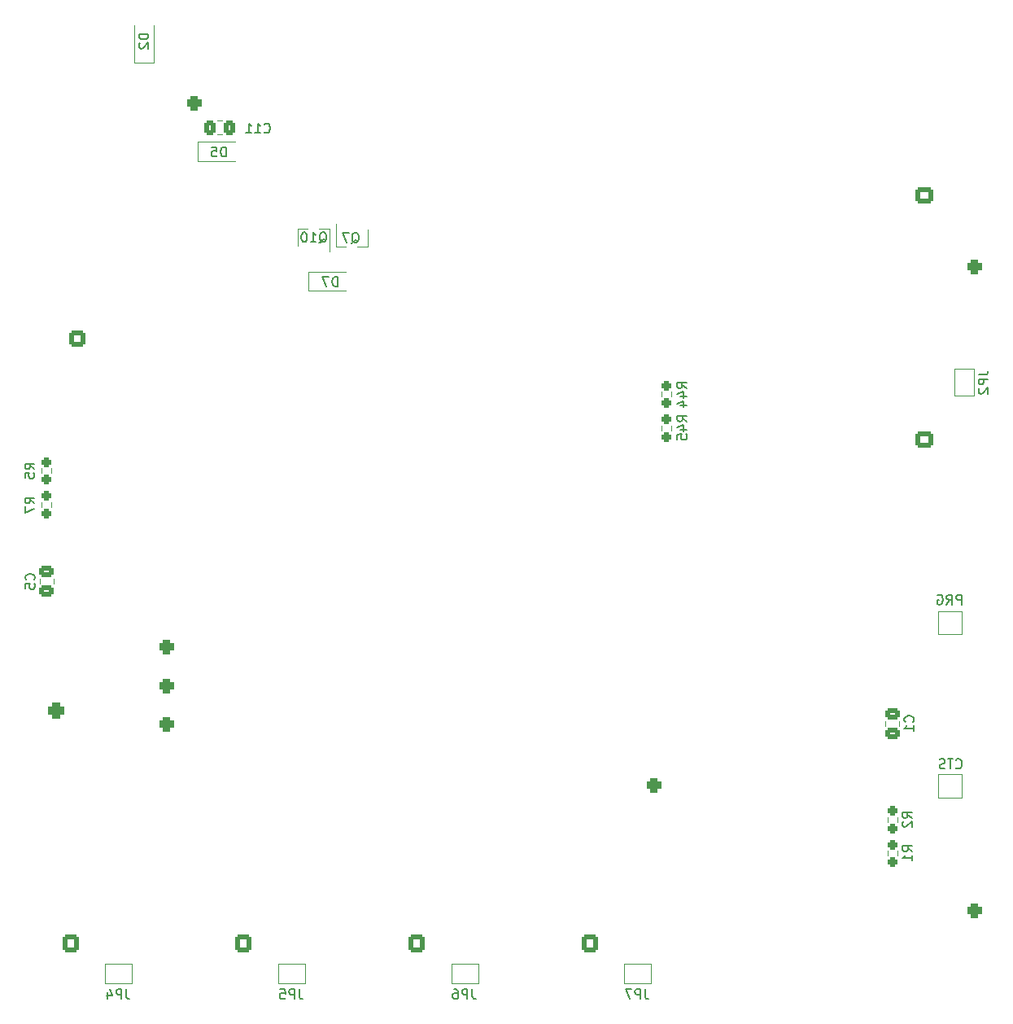
<source format=gbr>
%TF.GenerationSoftware,KiCad,Pcbnew,(6.0.11)*%
%TF.CreationDate,2023-09-12T01:08:27+09:00*%
%TF.ProjectId,Main,4d61696e-2e6b-4696-9361-645f70636258,rev?*%
%TF.SameCoordinates,Original*%
%TF.FileFunction,Legend,Bot*%
%TF.FilePolarity,Positive*%
%FSLAX46Y46*%
G04 Gerber Fmt 4.6, Leading zero omitted, Abs format (unit mm)*
G04 Created by KiCad (PCBNEW (6.0.11)) date 2023-09-12 01:08:27*
%MOMM*%
%LPD*%
G01*
G04 APERTURE LIST*
G04 Aperture macros list*
%AMRoundRect*
0 Rectangle with rounded corners*
0 $1 Rounding radius*
0 $2 $3 $4 $5 $6 $7 $8 $9 X,Y pos of 4 corners*
0 Add a 4 corners polygon primitive as box body*
4,1,4,$2,$3,$4,$5,$6,$7,$8,$9,$2,$3,0*
0 Add four circle primitives for the rounded corners*
1,1,$1+$1,$2,$3*
1,1,$1+$1,$4,$5*
1,1,$1+$1,$6,$7*
1,1,$1+$1,$8,$9*
0 Add four rect primitives between the rounded corners*
20,1,$1+$1,$2,$3,$4,$5,0*
20,1,$1+$1,$4,$5,$6,$7,0*
20,1,$1+$1,$6,$7,$8,$9,0*
20,1,$1+$1,$8,$9,$2,$3,0*%
%AMFreePoly0*
4,1,6,1.000000,0.000000,0.500000,-0.750000,-0.500000,-0.750000,-0.500000,0.750000,0.500000,0.750000,1.000000,0.000000,1.000000,0.000000,$1*%
%AMFreePoly1*
4,1,6,0.500000,-0.750000,-0.650000,-0.750000,-0.150000,0.000000,-0.650000,0.750000,0.500000,0.750000,0.500000,-0.750000,0.500000,-0.750000,$1*%
G04 Aperture macros list end*
%ADD10C,0.150000*%
%ADD11C,0.120000*%
%ADD12RoundRect,0.381000X-0.381000X0.381000X-0.381000X-0.381000X0.381000X-0.381000X0.381000X0.381000X0*%
%ADD13C,1.524000*%
%ADD14RoundRect,0.250000X0.600000X0.675000X-0.600000X0.675000X-0.600000X-0.675000X0.600000X-0.675000X0*%
%ADD15O,1.700000X1.850000*%
%ADD16C,2.000000*%
%ADD17R,1.700000X1.700000*%
%ADD18O,1.700000X1.700000*%
%ADD19R,1.600000X1.600000*%
%ADD20O,1.600000X1.600000*%
%ADD21C,3.200000*%
%ADD22RoundRect,0.250000X-0.600000X-0.675000X0.600000X-0.675000X0.600000X0.675000X-0.600000X0.675000X0*%
%ADD23R,1.400000X1.400000*%
%ADD24C,1.400000*%
%ADD25RoundRect,0.250000X0.675000X-0.600000X0.675000X0.600000X-0.675000X0.600000X-0.675000X-0.600000X0*%
%ADD26O,1.850000X1.700000*%
%ADD27R,1.524000X1.524000*%
%ADD28RoundRect,0.250000X0.600000X0.600000X-0.600000X0.600000X-0.600000X-0.600000X0.600000X-0.600000X0*%
%ADD29C,1.700000*%
%ADD30RoundRect,0.381000X0.381000X-0.381000X0.381000X0.381000X-0.381000X0.381000X-0.381000X-0.381000X0*%
%ADD31R,3.500000X3.500000*%
%ADD32C,3.500000*%
%ADD33RoundRect,0.425000X0.425000X0.425000X-0.425000X0.425000X-0.425000X-0.425000X0.425000X-0.425000X0*%
%ADD34R,2.000000X2.000000*%
%ADD35R,1.308000X1.308000*%
%ADD36C,1.308000*%
%ADD37O,3.100000X4.300000*%
%ADD38C,1.600000*%
%ADD39RoundRect,0.237500X0.237500X-0.250000X0.237500X0.250000X-0.237500X0.250000X-0.237500X-0.250000X0*%
%ADD40FreePoly0,90.000000*%
%ADD41FreePoly1,90.000000*%
%ADD42R,0.900000X1.200000*%
%ADD43FreePoly0,0.000000*%
%ADD44FreePoly1,0.000000*%
%ADD45RoundRect,0.237500X-0.237500X0.250000X-0.237500X-0.250000X0.237500X-0.250000X0.237500X0.250000X0*%
%ADD46RoundRect,0.250000X0.475000X-0.337500X0.475000X0.337500X-0.475000X0.337500X-0.475000X-0.337500X0*%
%ADD47RoundRect,0.250000X-0.337500X-0.475000X0.337500X-0.475000X0.337500X0.475000X-0.337500X0.475000X0*%
%ADD48RoundRect,0.250000X-0.475000X0.337500X-0.475000X-0.337500X0.475000X-0.337500X0.475000X0.337500X0*%
%ADD49R,1.200000X0.900000*%
%ADD50R,0.800000X1.800000*%
G04 APERTURE END LIST*
D10*
X205161904Y-126852380D02*
X205161904Y-125852380D01*
X204780952Y-125852380D01*
X204685714Y-125900000D01*
X204638095Y-125947619D01*
X204590476Y-126042857D01*
X204590476Y-126185714D01*
X204638095Y-126280952D01*
X204685714Y-126328571D01*
X204780952Y-126376190D01*
X205161904Y-126376190D01*
X203590476Y-126852380D02*
X203923809Y-126376190D01*
X204161904Y-126852380D02*
X204161904Y-125852380D01*
X203780952Y-125852380D01*
X203685714Y-125900000D01*
X203638095Y-125947619D01*
X203590476Y-126042857D01*
X203590476Y-126185714D01*
X203638095Y-126280952D01*
X203685714Y-126328571D01*
X203780952Y-126376190D01*
X204161904Y-126376190D01*
X202638095Y-125900000D02*
X202733333Y-125852380D01*
X202876190Y-125852380D01*
X203019047Y-125900000D01*
X203114285Y-125995238D01*
X203161904Y-126090476D01*
X203209523Y-126280952D01*
X203209523Y-126423809D01*
X203161904Y-126614285D01*
X203114285Y-126709523D01*
X203019047Y-126804761D01*
X202876190Y-126852380D01*
X202780952Y-126852380D01*
X202638095Y-126804761D01*
X202590476Y-126757142D01*
X202590476Y-126423809D01*
X202780952Y-126423809D01*
X204557619Y-143837142D02*
X204605238Y-143884761D01*
X204748095Y-143932380D01*
X204843333Y-143932380D01*
X204986190Y-143884761D01*
X205081428Y-143789523D01*
X205129047Y-143694285D01*
X205176666Y-143503809D01*
X205176666Y-143360952D01*
X205129047Y-143170476D01*
X205081428Y-143075238D01*
X204986190Y-142980000D01*
X204843333Y-142932380D01*
X204748095Y-142932380D01*
X204605238Y-142980000D01*
X204557619Y-143027619D01*
X204271904Y-142932380D02*
X203700476Y-142932380D01*
X203986190Y-143932380D02*
X203986190Y-142932380D01*
X203414761Y-143884761D02*
X203271904Y-143932380D01*
X203033809Y-143932380D01*
X202938571Y-143884761D01*
X202890952Y-143837142D01*
X202843333Y-143741904D01*
X202843333Y-143646666D01*
X202890952Y-143551428D01*
X202938571Y-143503809D01*
X203033809Y-143456190D01*
X203224285Y-143408571D01*
X203319523Y-143360952D01*
X203367142Y-143313333D01*
X203414761Y-143218095D01*
X203414761Y-143122857D01*
X203367142Y-143027619D01*
X203319523Y-142980000D01*
X203224285Y-142932380D01*
X202986190Y-142932380D01*
X202843333Y-142980000D01*
%TO.C,R2*%
X199992380Y-149053333D02*
X199516190Y-148720000D01*
X199992380Y-148481904D02*
X198992380Y-148481904D01*
X198992380Y-148862857D01*
X199040000Y-148958095D01*
X199087619Y-149005714D01*
X199182857Y-149053333D01*
X199325714Y-149053333D01*
X199420952Y-149005714D01*
X199468571Y-148958095D01*
X199516190Y-148862857D01*
X199516190Y-148481904D01*
X199087619Y-149434285D02*
X199040000Y-149481904D01*
X198992380Y-149577142D01*
X198992380Y-149815238D01*
X199040000Y-149910476D01*
X199087619Y-149958095D01*
X199182857Y-150005714D01*
X199278095Y-150005714D01*
X199420952Y-149958095D01*
X199992380Y-149386666D01*
X199992380Y-150005714D01*
%TO.C,JP2*%
X206912380Y-102936666D02*
X207626666Y-102936666D01*
X207769523Y-102889047D01*
X207864761Y-102793809D01*
X207912380Y-102650952D01*
X207912380Y-102555714D01*
X207912380Y-103412857D02*
X206912380Y-103412857D01*
X206912380Y-103793809D01*
X206960000Y-103889047D01*
X207007619Y-103936666D01*
X207102857Y-103984285D01*
X207245714Y-103984285D01*
X207340952Y-103936666D01*
X207388571Y-103889047D01*
X207436190Y-103793809D01*
X207436190Y-103412857D01*
X207007619Y-104365238D02*
X206960000Y-104412857D01*
X206912380Y-104508095D01*
X206912380Y-104746190D01*
X206960000Y-104841428D01*
X207007619Y-104889047D01*
X207102857Y-104936666D01*
X207198095Y-104936666D01*
X207340952Y-104889047D01*
X207912380Y-104317619D01*
X207912380Y-104936666D01*
%TO.C,D7*%
X140218095Y-93772380D02*
X140218095Y-92772380D01*
X139980000Y-92772380D01*
X139837142Y-92820000D01*
X139741904Y-92915238D01*
X139694285Y-93010476D01*
X139646666Y-93200952D01*
X139646666Y-93343809D01*
X139694285Y-93534285D01*
X139741904Y-93629523D01*
X139837142Y-93724761D01*
X139980000Y-93772380D01*
X140218095Y-93772380D01*
X139313333Y-92772380D02*
X138646666Y-92772380D01*
X139075238Y-93772380D01*
%TO.C,JP6*%
X154203333Y-166882380D02*
X154203333Y-167596666D01*
X154250952Y-167739523D01*
X154346190Y-167834761D01*
X154489047Y-167882380D01*
X154584285Y-167882380D01*
X153727142Y-167882380D02*
X153727142Y-166882380D01*
X153346190Y-166882380D01*
X153250952Y-166930000D01*
X153203333Y-166977619D01*
X153155714Y-167072857D01*
X153155714Y-167215714D01*
X153203333Y-167310952D01*
X153250952Y-167358571D01*
X153346190Y-167406190D01*
X153727142Y-167406190D01*
X152298571Y-166882380D02*
X152489047Y-166882380D01*
X152584285Y-166930000D01*
X152631904Y-166977619D01*
X152727142Y-167120476D01*
X152774761Y-167310952D01*
X152774761Y-167691904D01*
X152727142Y-167787142D01*
X152679523Y-167834761D01*
X152584285Y-167882380D01*
X152393809Y-167882380D01*
X152298571Y-167834761D01*
X152250952Y-167787142D01*
X152203333Y-167691904D01*
X152203333Y-167453809D01*
X152250952Y-167358571D01*
X152298571Y-167310952D01*
X152393809Y-167263333D01*
X152584285Y-167263333D01*
X152679523Y-167310952D01*
X152727142Y-167358571D01*
X152774761Y-167453809D01*
%TO.C,R5*%
X108672380Y-112773333D02*
X108196190Y-112440000D01*
X108672380Y-112201904D02*
X107672380Y-112201904D01*
X107672380Y-112582857D01*
X107720000Y-112678095D01*
X107767619Y-112725714D01*
X107862857Y-112773333D01*
X108005714Y-112773333D01*
X108100952Y-112725714D01*
X108148571Y-112678095D01*
X108196190Y-112582857D01*
X108196190Y-112201904D01*
X107672380Y-113678095D02*
X107672380Y-113201904D01*
X108148571Y-113154285D01*
X108100952Y-113201904D01*
X108053333Y-113297142D01*
X108053333Y-113535238D01*
X108100952Y-113630476D01*
X108148571Y-113678095D01*
X108243809Y-113725714D01*
X108481904Y-113725714D01*
X108577142Y-113678095D01*
X108624761Y-113630476D01*
X108672380Y-113535238D01*
X108672380Y-113297142D01*
X108624761Y-113201904D01*
X108577142Y-113154285D01*
%TO.C,R44*%
X176542380Y-104367142D02*
X176066190Y-104033809D01*
X176542380Y-103795714D02*
X175542380Y-103795714D01*
X175542380Y-104176666D01*
X175590000Y-104271904D01*
X175637619Y-104319523D01*
X175732857Y-104367142D01*
X175875714Y-104367142D01*
X175970952Y-104319523D01*
X176018571Y-104271904D01*
X176066190Y-104176666D01*
X176066190Y-103795714D01*
X175875714Y-105224285D02*
X176542380Y-105224285D01*
X175494761Y-104986190D02*
X176209047Y-104748095D01*
X176209047Y-105367142D01*
X175875714Y-106176666D02*
X176542380Y-106176666D01*
X175494761Y-105938571D02*
X176209047Y-105700476D01*
X176209047Y-106319523D01*
%TO.C,R1*%
X200014880Y-152553333D02*
X199538690Y-152220000D01*
X200014880Y-151981904D02*
X199014880Y-151981904D01*
X199014880Y-152362857D01*
X199062500Y-152458095D01*
X199110119Y-152505714D01*
X199205357Y-152553333D01*
X199348214Y-152553333D01*
X199443452Y-152505714D01*
X199491071Y-152458095D01*
X199538690Y-152362857D01*
X199538690Y-151981904D01*
X200014880Y-153505714D02*
X200014880Y-152934285D01*
X200014880Y-153220000D02*
X199014880Y-153220000D01*
X199157738Y-153124761D01*
X199252976Y-153029523D01*
X199300595Y-152934285D01*
%TO.C,C1*%
X200097142Y-139063333D02*
X200144761Y-139015714D01*
X200192380Y-138872857D01*
X200192380Y-138777619D01*
X200144761Y-138634761D01*
X200049523Y-138539523D01*
X199954285Y-138491904D01*
X199763809Y-138444285D01*
X199620952Y-138444285D01*
X199430476Y-138491904D01*
X199335238Y-138539523D01*
X199240000Y-138634761D01*
X199192380Y-138777619D01*
X199192380Y-138872857D01*
X199240000Y-139015714D01*
X199287619Y-139063333D01*
X200192380Y-140015714D02*
X200192380Y-139444285D01*
X200192380Y-139730000D02*
X199192380Y-139730000D01*
X199335238Y-139634761D01*
X199430476Y-139539523D01*
X199478095Y-139444285D01*
%TO.C,C11*%
X132572857Y-77717142D02*
X132620476Y-77764761D01*
X132763333Y-77812380D01*
X132858571Y-77812380D01*
X133001428Y-77764761D01*
X133096666Y-77669523D01*
X133144285Y-77574285D01*
X133191904Y-77383809D01*
X133191904Y-77240952D01*
X133144285Y-77050476D01*
X133096666Y-76955238D01*
X133001428Y-76860000D01*
X132858571Y-76812380D01*
X132763333Y-76812380D01*
X132620476Y-76860000D01*
X132572857Y-76907619D01*
X131620476Y-77812380D02*
X132191904Y-77812380D01*
X131906190Y-77812380D02*
X131906190Y-76812380D01*
X132001428Y-76955238D01*
X132096666Y-77050476D01*
X132191904Y-77098095D01*
X130668095Y-77812380D02*
X131239523Y-77812380D01*
X130953809Y-77812380D02*
X130953809Y-76812380D01*
X131049047Y-76955238D01*
X131144285Y-77050476D01*
X131239523Y-77098095D01*
%TO.C,C5*%
X108617142Y-124288333D02*
X108664761Y-124240714D01*
X108712380Y-124097857D01*
X108712380Y-124002619D01*
X108664761Y-123859761D01*
X108569523Y-123764523D01*
X108474285Y-123716904D01*
X108283809Y-123669285D01*
X108140952Y-123669285D01*
X107950476Y-123716904D01*
X107855238Y-123764523D01*
X107760000Y-123859761D01*
X107712380Y-124002619D01*
X107712380Y-124097857D01*
X107760000Y-124240714D01*
X107807619Y-124288333D01*
X107712380Y-125193095D02*
X107712380Y-124716904D01*
X108188571Y-124669285D01*
X108140952Y-124716904D01*
X108093333Y-124812142D01*
X108093333Y-125050238D01*
X108140952Y-125145476D01*
X108188571Y-125193095D01*
X108283809Y-125240714D01*
X108521904Y-125240714D01*
X108617142Y-125193095D01*
X108664761Y-125145476D01*
X108712380Y-125050238D01*
X108712380Y-124812142D01*
X108664761Y-124716904D01*
X108617142Y-124669285D01*
%TO.C,JP4*%
X118203333Y-166882380D02*
X118203333Y-167596666D01*
X118250952Y-167739523D01*
X118346190Y-167834761D01*
X118489047Y-167882380D01*
X118584285Y-167882380D01*
X117727142Y-167882380D02*
X117727142Y-166882380D01*
X117346190Y-166882380D01*
X117250952Y-166930000D01*
X117203333Y-166977619D01*
X117155714Y-167072857D01*
X117155714Y-167215714D01*
X117203333Y-167310952D01*
X117250952Y-167358571D01*
X117346190Y-167406190D01*
X117727142Y-167406190D01*
X116298571Y-167215714D02*
X116298571Y-167882380D01*
X116536666Y-166834761D02*
X116774761Y-167549047D01*
X116155714Y-167549047D01*
%TO.C,D5*%
X128598095Y-80272380D02*
X128598095Y-79272380D01*
X128360000Y-79272380D01*
X128217142Y-79320000D01*
X128121904Y-79415238D01*
X128074285Y-79510476D01*
X128026666Y-79700952D01*
X128026666Y-79843809D01*
X128074285Y-80034285D01*
X128121904Y-80129523D01*
X128217142Y-80224761D01*
X128360000Y-80272380D01*
X128598095Y-80272380D01*
X127121904Y-79272380D02*
X127598095Y-79272380D01*
X127645714Y-79748571D01*
X127598095Y-79700952D01*
X127502857Y-79653333D01*
X127264761Y-79653333D01*
X127169523Y-79700952D01*
X127121904Y-79748571D01*
X127074285Y-79843809D01*
X127074285Y-80081904D01*
X127121904Y-80177142D01*
X127169523Y-80224761D01*
X127264761Y-80272380D01*
X127502857Y-80272380D01*
X127598095Y-80224761D01*
X127645714Y-80177142D01*
%TO.C,D2*%
X120532380Y-67501904D02*
X119532380Y-67501904D01*
X119532380Y-67740000D01*
X119580000Y-67882857D01*
X119675238Y-67978095D01*
X119770476Y-68025714D01*
X119960952Y-68073333D01*
X120103809Y-68073333D01*
X120294285Y-68025714D01*
X120389523Y-67978095D01*
X120484761Y-67882857D01*
X120532380Y-67740000D01*
X120532380Y-67501904D01*
X119627619Y-68454285D02*
X119580000Y-68501904D01*
X119532380Y-68597142D01*
X119532380Y-68835238D01*
X119580000Y-68930476D01*
X119627619Y-68978095D01*
X119722857Y-69025714D01*
X119818095Y-69025714D01*
X119960952Y-68978095D01*
X120532380Y-68406666D01*
X120532380Y-69025714D01*
%TO.C,R45*%
X176562380Y-107817142D02*
X176086190Y-107483809D01*
X176562380Y-107245714D02*
X175562380Y-107245714D01*
X175562380Y-107626666D01*
X175610000Y-107721904D01*
X175657619Y-107769523D01*
X175752857Y-107817142D01*
X175895714Y-107817142D01*
X175990952Y-107769523D01*
X176038571Y-107721904D01*
X176086190Y-107626666D01*
X176086190Y-107245714D01*
X175895714Y-108674285D02*
X176562380Y-108674285D01*
X175514761Y-108436190D02*
X176229047Y-108198095D01*
X176229047Y-108817142D01*
X175562380Y-109674285D02*
X175562380Y-109198095D01*
X176038571Y-109150476D01*
X175990952Y-109198095D01*
X175943333Y-109293333D01*
X175943333Y-109531428D01*
X175990952Y-109626666D01*
X176038571Y-109674285D01*
X176133809Y-109721904D01*
X176371904Y-109721904D01*
X176467142Y-109674285D01*
X176514761Y-109626666D01*
X176562380Y-109531428D01*
X176562380Y-109293333D01*
X176514761Y-109198095D01*
X176467142Y-109150476D01*
%TO.C,JP7*%
X172203333Y-166882380D02*
X172203333Y-167596666D01*
X172250952Y-167739523D01*
X172346190Y-167834761D01*
X172489047Y-167882380D01*
X172584285Y-167882380D01*
X171727142Y-167882380D02*
X171727142Y-166882380D01*
X171346190Y-166882380D01*
X171250952Y-166930000D01*
X171203333Y-166977619D01*
X171155714Y-167072857D01*
X171155714Y-167215714D01*
X171203333Y-167310952D01*
X171250952Y-167358571D01*
X171346190Y-167406190D01*
X171727142Y-167406190D01*
X170822380Y-166882380D02*
X170155714Y-166882380D01*
X170584285Y-167882380D01*
%TO.C,R7*%
X108672380Y-116343333D02*
X108196190Y-116010000D01*
X108672380Y-115771904D02*
X107672380Y-115771904D01*
X107672380Y-116152857D01*
X107720000Y-116248095D01*
X107767619Y-116295714D01*
X107862857Y-116343333D01*
X108005714Y-116343333D01*
X108100952Y-116295714D01*
X108148571Y-116248095D01*
X108196190Y-116152857D01*
X108196190Y-115771904D01*
X107672380Y-116676666D02*
X107672380Y-117343333D01*
X108672380Y-116914761D01*
%TO.C,Q7*%
X141685238Y-89287619D02*
X141780476Y-89240000D01*
X141875714Y-89144761D01*
X142018571Y-89001904D01*
X142113809Y-88954285D01*
X142209047Y-88954285D01*
X142161428Y-89192380D02*
X142256666Y-89144761D01*
X142351904Y-89049523D01*
X142399523Y-88859047D01*
X142399523Y-88525714D01*
X142351904Y-88335238D01*
X142256666Y-88240000D01*
X142161428Y-88192380D01*
X141970952Y-88192380D01*
X141875714Y-88240000D01*
X141780476Y-88335238D01*
X141732857Y-88525714D01*
X141732857Y-88859047D01*
X141780476Y-89049523D01*
X141875714Y-89144761D01*
X141970952Y-89192380D01*
X142161428Y-89192380D01*
X141399523Y-88192380D02*
X140732857Y-88192380D01*
X141161428Y-89192380D01*
%TO.C,Q10*%
X138311428Y-89247619D02*
X138406666Y-89200000D01*
X138501904Y-89104761D01*
X138644761Y-88961904D01*
X138740000Y-88914285D01*
X138835238Y-88914285D01*
X138787619Y-89152380D02*
X138882857Y-89104761D01*
X138978095Y-89009523D01*
X139025714Y-88819047D01*
X139025714Y-88485714D01*
X138978095Y-88295238D01*
X138882857Y-88200000D01*
X138787619Y-88152380D01*
X138597142Y-88152380D01*
X138501904Y-88200000D01*
X138406666Y-88295238D01*
X138359047Y-88485714D01*
X138359047Y-88819047D01*
X138406666Y-89009523D01*
X138501904Y-89104761D01*
X138597142Y-89152380D01*
X138787619Y-89152380D01*
X137406666Y-89152380D02*
X137978095Y-89152380D01*
X137692380Y-89152380D02*
X137692380Y-88152380D01*
X137787619Y-88295238D01*
X137882857Y-88390476D01*
X137978095Y-88438095D01*
X136787619Y-88152380D02*
X136692380Y-88152380D01*
X136597142Y-88200000D01*
X136549523Y-88247619D01*
X136501904Y-88342857D01*
X136454285Y-88533333D01*
X136454285Y-88771428D01*
X136501904Y-88961904D01*
X136549523Y-89057142D01*
X136597142Y-89104761D01*
X136692380Y-89152380D01*
X136787619Y-89152380D01*
X136882857Y-89104761D01*
X136930476Y-89057142D01*
X136978095Y-88961904D01*
X137025714Y-88771428D01*
X137025714Y-88533333D01*
X136978095Y-88342857D01*
X136930476Y-88247619D01*
X136882857Y-88200000D01*
X136787619Y-88152380D01*
%TO.C,JP5*%
X136203333Y-166882380D02*
X136203333Y-167596666D01*
X136250952Y-167739523D01*
X136346190Y-167834761D01*
X136489047Y-167882380D01*
X136584285Y-167882380D01*
X135727142Y-167882380D02*
X135727142Y-166882380D01*
X135346190Y-166882380D01*
X135250952Y-166930000D01*
X135203333Y-166977619D01*
X135155714Y-167072857D01*
X135155714Y-167215714D01*
X135203333Y-167310952D01*
X135250952Y-167358571D01*
X135346190Y-167406190D01*
X135727142Y-167406190D01*
X134250952Y-166882380D02*
X134727142Y-166882380D01*
X134774761Y-167358571D01*
X134727142Y-167310952D01*
X134631904Y-167263333D01*
X134393809Y-167263333D01*
X134298571Y-167310952D01*
X134250952Y-167358571D01*
X134203333Y-167453809D01*
X134203333Y-167691904D01*
X134250952Y-167787142D01*
X134298571Y-167834761D01*
X134393809Y-167882380D01*
X134631904Y-167882380D01*
X134727142Y-167834761D01*
X134774761Y-167787142D01*
D11*
%TO.C,R2*%
X198462500Y-149494724D02*
X198462500Y-148985276D01*
X197417500Y-149494724D02*
X197417500Y-148985276D01*
%TO.C,JP2*%
X204440000Y-105140000D02*
X206440000Y-105140000D01*
X204440000Y-102340000D02*
X204440000Y-105140000D01*
X206440000Y-105140000D02*
X206440000Y-102340000D01*
X206440000Y-102340000D02*
X204440000Y-102340000D01*
%TO.C,D7*%
X137190000Y-94240000D02*
X137190000Y-92240000D01*
X137190000Y-92240000D02*
X141090000Y-92240000D01*
X137190000Y-94240000D02*
X141090000Y-94240000D01*
%TO.C,JP6*%
X154840000Y-164240000D02*
X152040000Y-164240000D01*
X154840000Y-166240000D02*
X154840000Y-164240000D01*
X152040000Y-166240000D02*
X154840000Y-166240000D01*
X152040000Y-164240000D02*
X152040000Y-166240000D01*
%TO.C,R5*%
X109417500Y-113209724D02*
X109417500Y-112700276D01*
X110462500Y-113209724D02*
X110462500Y-112700276D01*
%TO.C,H1*%
X202740000Y-144540000D02*
X202740000Y-146940000D01*
X205140000Y-146940000D02*
X205140000Y-144540000D01*
X205140000Y-144540000D02*
X202740000Y-144540000D01*
X202740000Y-146940000D02*
X205140000Y-146940000D01*
%TO.C,R44*%
X174962500Y-104740000D02*
X174962500Y-105249448D01*
X173917500Y-104740000D02*
X173917500Y-105249448D01*
%TO.C,R1*%
X197440000Y-152994724D02*
X197440000Y-152485276D01*
X198485000Y-152994724D02*
X198485000Y-152485276D01*
%TO.C,C1*%
X198675000Y-139501252D02*
X198675000Y-138978748D01*
X197205000Y-139501252D02*
X197205000Y-138978748D01*
%TO.C,C11*%
X127678748Y-76505000D02*
X128201252Y-76505000D01*
X127678748Y-77975000D02*
X128201252Y-77975000D01*
%TO.C,C5*%
X109205000Y-124193748D02*
X109205000Y-124716252D01*
X110675000Y-124193748D02*
X110675000Y-124716252D01*
%TO.C,JP4*%
X116040000Y-164240000D02*
X116040000Y-166240000D01*
X118840000Y-166240000D02*
X118840000Y-164240000D01*
X116040000Y-166240000D02*
X118840000Y-166240000D01*
X118840000Y-164240000D02*
X116040000Y-164240000D01*
%TO.C,H2*%
X202740000Y-129940000D02*
X205140000Y-129940000D01*
X202740000Y-127540000D02*
X202740000Y-129940000D01*
X205140000Y-127540000D02*
X202740000Y-127540000D01*
X205140000Y-129940000D02*
X205140000Y-127540000D01*
%TO.C,D5*%
X125640000Y-78740000D02*
X129540000Y-78740000D01*
X125640000Y-80740000D02*
X129540000Y-80740000D01*
X125640000Y-80740000D02*
X125640000Y-78740000D01*
%TO.C,D2*%
X119090000Y-70490000D02*
X119090000Y-66590000D01*
X121090000Y-70490000D02*
X121090000Y-66590000D01*
X121090000Y-70490000D02*
X119090000Y-70490000D01*
%TO.C,R45*%
X173917500Y-108240000D02*
X173917500Y-108749448D01*
X174962500Y-108240000D02*
X174962500Y-108749448D01*
%TO.C,JP7*%
X170040000Y-164240000D02*
X170040000Y-166240000D01*
X172840000Y-164240000D02*
X170040000Y-164240000D01*
X170040000Y-166240000D02*
X172840000Y-166240000D01*
X172840000Y-166240000D02*
X172840000Y-164240000D01*
%TO.C,R7*%
X109417500Y-116709724D02*
X109417500Y-116200276D01*
X110462500Y-116709724D02*
X110462500Y-116200276D01*
%TO.C,Q7*%
X140040000Y-89640000D02*
X141090000Y-89640000D01*
X140040000Y-87240000D02*
X140040000Y-89640000D01*
X143340000Y-89640000D02*
X142290000Y-89640000D01*
X143340000Y-87840000D02*
X143340000Y-89640000D01*
%TO.C,Q10*%
X136040000Y-87740000D02*
X137090000Y-87740000D01*
X136040000Y-89540000D02*
X136040000Y-87740000D01*
X139340000Y-87740000D02*
X138290000Y-87740000D01*
X139340000Y-90140000D02*
X139340000Y-87740000D01*
%TO.C,JP5*%
X134040000Y-164240000D02*
X134040000Y-166240000D01*
X136840000Y-166240000D02*
X136840000Y-164240000D01*
X134040000Y-166240000D02*
X136840000Y-166240000D01*
X136840000Y-164240000D02*
X134040000Y-164240000D01*
%TD*%
%LPC*%
D12*
%TO.C,SW5*%
X173130000Y-145670000D03*
D13*
X170590000Y-145670000D03*
X168050000Y-145670000D03*
%TD*%
D14*
%TO.C,J14*%
X161190000Y-57390001D03*
D15*
X158690000Y-57390001D03*
%TD*%
D16*
%TO.C,TP4*%
X189940000Y-101240000D03*
%TD*%
%TO.C,TP2*%
X131940000Y-53740000D03*
%TD*%
%TO.C,TP5*%
X123940000Y-53740000D03*
%TD*%
D17*
%TO.C,JP3*%
X140170000Y-147805000D03*
D18*
X140170000Y-145265000D03*
%TD*%
D16*
%TO.C,TP1*%
X127940000Y-53740000D03*
%TD*%
D19*
%TO.C,SW13*%
X184140000Y-159940000D03*
D20*
X184140000Y-162480000D03*
X184140000Y-165020000D03*
X184140000Y-167560000D03*
X191760000Y-167560000D03*
X191760000Y-165020000D03*
X191760000Y-162480000D03*
X191760000Y-159940000D03*
%TD*%
D21*
%TO.C,H4*%
X103940000Y-164740000D03*
%TD*%
D19*
%TO.C,SW6*%
X179100000Y-145440000D03*
D20*
X179100000Y-147980000D03*
X179100000Y-150520000D03*
X179100000Y-153060000D03*
X186720000Y-153060000D03*
X186720000Y-150520000D03*
X186720000Y-147980000D03*
X186720000Y-145440000D03*
%TD*%
D22*
%TO.C,J7*%
X130440000Y-162090000D03*
D15*
X132940000Y-162090000D03*
X135440000Y-162090000D03*
X137940000Y-162090000D03*
X140440000Y-162090000D03*
%TD*%
D23*
%TO.C,SW14*%
X180590000Y-52392501D03*
D24*
X180590000Y-54892501D03*
X180590000Y-57392501D03*
X177290000Y-52392501D03*
X177290000Y-54892501D03*
X177290000Y-57392501D03*
%TD*%
D25*
%TO.C,J10*%
X201290000Y-109740000D03*
D26*
X201290000Y-107240000D03*
X201290000Y-104740000D03*
X201290000Y-102240000D03*
X201290000Y-99740000D03*
%TD*%
D12*
%TO.C,SW10*%
X122480000Y-135330000D03*
D13*
X119940000Y-135330000D03*
X117400000Y-135330000D03*
%TD*%
D12*
%TO.C,SW15*%
X206480000Y-91740000D03*
D13*
X203940000Y-91740000D03*
X201400000Y-91740000D03*
%TD*%
D25*
%TO.C,J12*%
X201290000Y-84290000D03*
D26*
X201290000Y-81790000D03*
%TD*%
D17*
%TO.C,JP1*%
X182215000Y-128740000D03*
D18*
X179675000Y-128740000D03*
%TD*%
D13*
%TO.C,J1*%
X195250000Y-145835000D03*
X195250000Y-153455000D03*
D27*
X195250000Y-138215000D03*
D13*
X195250000Y-148375000D03*
X195250000Y-143295000D03*
X195250000Y-140755000D03*
X195250000Y-150915000D03*
X202870000Y-153455000D03*
X202870000Y-138215000D03*
X205410000Y-153455000D03*
X205410000Y-138215000D03*
%TD*%
D28*
%TO.C,J5*%
X113137500Y-99240000D03*
D29*
X110597500Y-99240000D03*
X113137500Y-96700000D03*
X110597500Y-96700000D03*
X113137500Y-94160000D03*
X110597500Y-94160000D03*
X113137500Y-91620000D03*
X110597500Y-91620000D03*
X113137500Y-89080000D03*
X110597500Y-89080000D03*
%TD*%
D30*
%TO.C,U3*%
X125350000Y-74740000D03*
D13*
X127890000Y-74740000D03*
X130430000Y-74740000D03*
%TD*%
D14*
%TO.C,J11*%
X141190000Y-57390000D03*
D15*
X138690000Y-57390000D03*
%TD*%
D21*
%TO.C,H3*%
X103940000Y-54740000D03*
%TD*%
D13*
%TO.C,U7*%
X172130000Y-105470000D03*
X179750000Y-105470000D03*
X172130000Y-102930000D03*
X179750000Y-110550000D03*
X179750000Y-108010000D03*
X172130000Y-110550000D03*
X172130000Y-108010000D03*
X179750000Y-102930000D03*
%TD*%
D23*
%TO.C,SW2*%
X192880000Y-125632500D03*
D24*
X192880000Y-128132500D03*
X192880000Y-130632500D03*
X189580000Y-125632500D03*
X189580000Y-128132500D03*
X189580000Y-130632500D03*
%TD*%
D22*
%TO.C,J6*%
X112440000Y-162090000D03*
D15*
X114940000Y-162090000D03*
X117440000Y-162090000D03*
X119940000Y-162090000D03*
X122440000Y-162090000D03*
%TD*%
D23*
%TO.C,SW16*%
X121590000Y-103740000D03*
D24*
X121590000Y-106240000D03*
X121590000Y-108740000D03*
X118290000Y-103740000D03*
X118290000Y-106240000D03*
X118290000Y-108740000D03*
%TD*%
D16*
%TO.C,TP3*%
X176940000Y-74740000D03*
%TD*%
D24*
%TO.C,J3*%
X103115000Y-72740000D03*
X103115000Y-61740000D03*
D31*
X113115000Y-64740000D03*
D32*
X113115000Y-69740000D03*
%TD*%
D14*
%TO.C,J13*%
X151190000Y-57390000D03*
D15*
X148690000Y-57390000D03*
%TD*%
D21*
%TO.C,H5*%
X203940000Y-164740000D03*
%TD*%
D22*
%TO.C,J8*%
X148440000Y-162090000D03*
D15*
X150940000Y-162090000D03*
X153440000Y-162090000D03*
X155940000Y-162090000D03*
X158440000Y-162090000D03*
%TD*%
D33*
%TO.C,SW1*%
X110940000Y-137870000D03*
D29*
X110940000Y-135330000D03*
X110940000Y-132790000D03*
X110940000Y-140410000D03*
X110940000Y-130250000D03*
%TD*%
D34*
%TO.C,LS1*%
X186340000Y-91740000D03*
D16*
X186340000Y-84140000D03*
%TD*%
D12*
%TO.C,SW11*%
X122480000Y-139330000D03*
D13*
X119940000Y-139330000D03*
X117400000Y-139330000D03*
%TD*%
D35*
%TO.C,U9*%
X189050000Y-76757000D03*
D36*
X191590000Y-76757000D03*
X194130000Y-76757000D03*
X196670000Y-76757000D03*
X199210000Y-76757000D03*
X201750000Y-76757000D03*
X204290000Y-76757000D03*
X206830000Y-76757000D03*
X206830000Y-58723000D03*
X204290000Y-58723000D03*
X201750000Y-58723000D03*
X199210000Y-58723000D03*
X196670000Y-58723000D03*
X194130000Y-58723000D03*
X191590000Y-58723000D03*
X189050000Y-58723000D03*
%TD*%
D37*
%TO.C,U5*%
X161048579Y-138544012D03*
%TD*%
D38*
%TO.C,C19*%
X130680000Y-101240000D03*
X135680000Y-101240000D03*
%TD*%
D12*
%TO.C,SW7*%
X122480000Y-131330000D03*
D13*
X119940000Y-131330000D03*
X117400000Y-131330000D03*
%TD*%
D22*
%TO.C,J9*%
X166440000Y-162090000D03*
D15*
X168940000Y-162090000D03*
X171440000Y-162090000D03*
X173940000Y-162090000D03*
X176440000Y-162090000D03*
%TD*%
D12*
%TO.C,SW3*%
X206480000Y-158740000D03*
D13*
X203940000Y-158740000D03*
X201400000Y-158740000D03*
%TD*%
%TO.C,J4*%
X112630000Y-110240000D03*
X112630000Y-117860000D03*
D27*
X112630000Y-125480000D03*
D13*
X112630000Y-115320000D03*
X112630000Y-120400000D03*
X112630000Y-122940000D03*
X112630000Y-112780000D03*
X105010000Y-125480000D03*
X105010000Y-110240000D03*
X102470000Y-125480000D03*
X102470000Y-110240000D03*
%TD*%
D14*
%TO.C,J15*%
X171190000Y-57390001D03*
D15*
X168690000Y-57390001D03*
%TD*%
D17*
%TO.C,J2*%
X198040000Y-132890000D03*
D18*
X198040000Y-130350000D03*
X198040000Y-127810000D03*
X198040000Y-125270000D03*
X198040000Y-122730000D03*
X198040000Y-120190000D03*
X198040000Y-117650000D03*
%TD*%
D39*
%TO.C,R2*%
X197940000Y-150152500D03*
X197940000Y-148327500D03*
%TD*%
D40*
%TO.C,JP2*%
X205440000Y-104465000D03*
D41*
X205440000Y-103015000D03*
%TD*%
D42*
%TO.C,D7*%
X137790000Y-93240000D03*
X141090000Y-93240000D03*
%TD*%
D43*
%TO.C,JP6*%
X152715000Y-165240000D03*
D44*
X154165000Y-165240000D03*
%TD*%
D39*
%TO.C,R5*%
X109940000Y-113867500D03*
X109940000Y-112042500D03*
%TD*%
D34*
%TO.C,H1*%
X203940000Y-145740000D03*
%TD*%
D45*
%TO.C,R44*%
X174440000Y-104082224D03*
X174440000Y-105907224D03*
%TD*%
D39*
%TO.C,R1*%
X197962500Y-153652500D03*
X197962500Y-151827500D03*
%TD*%
D46*
%TO.C,C1*%
X197940000Y-140277500D03*
X197940000Y-138202500D03*
%TD*%
D47*
%TO.C,C11*%
X126902500Y-77240000D03*
X128977500Y-77240000D03*
%TD*%
D48*
%TO.C,C5*%
X109940000Y-123417500D03*
X109940000Y-125492500D03*
%TD*%
D43*
%TO.C,JP4*%
X116715000Y-165240000D03*
D44*
X118165000Y-165240000D03*
%TD*%
D34*
%TO.C,H2*%
X203940000Y-128740000D03*
%TD*%
D42*
%TO.C,D5*%
X126240000Y-79740000D03*
X129540000Y-79740000D03*
%TD*%
D49*
%TO.C,D2*%
X120090000Y-69890000D03*
X120090000Y-66590000D03*
%TD*%
D45*
%TO.C,R45*%
X174440000Y-107582224D03*
X174440000Y-109407224D03*
%TD*%
D43*
%TO.C,JP7*%
X170715000Y-165240000D03*
D44*
X172165000Y-165240000D03*
%TD*%
D39*
%TO.C,R7*%
X109940000Y-117367500D03*
X109940000Y-115542500D03*
%TD*%
D50*
%TO.C,Q7*%
X140740000Y-87040000D03*
X142640000Y-87040000D03*
X141690000Y-90340000D03*
%TD*%
%TO.C,Q10*%
X138640000Y-90340000D03*
X136740000Y-90340000D03*
X137690000Y-87040000D03*
%TD*%
D43*
%TO.C,JP5*%
X134715000Y-165240000D03*
D44*
X136165000Y-165240000D03*
%TD*%
M02*

</source>
